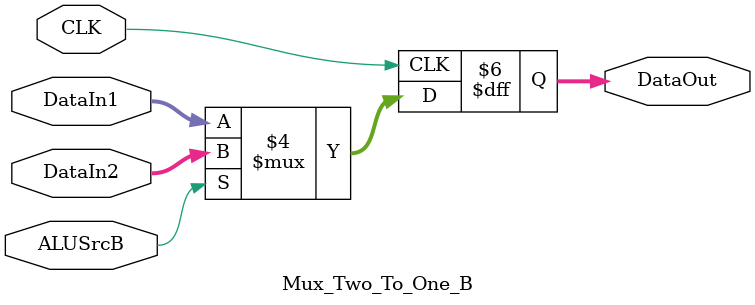
<source format=v>
`timescale 1ns / 1ps


module Mux_Two_To_One_B(CLK, ALUSrcB, DataIn1, DataIn2, DataOut );
    input CLK;
    input ALUSrcB;
    input [31:0] DataIn1;
    input [31:0] DataIn2;
    output reg [31:0] DataOut;

    always@(negedge CLK) begin
        if ( ALUSrcB == 0 )
            DataOut = DataIn1;
        else
            DataOut = DataIn2;
    end

endmodule

</source>
